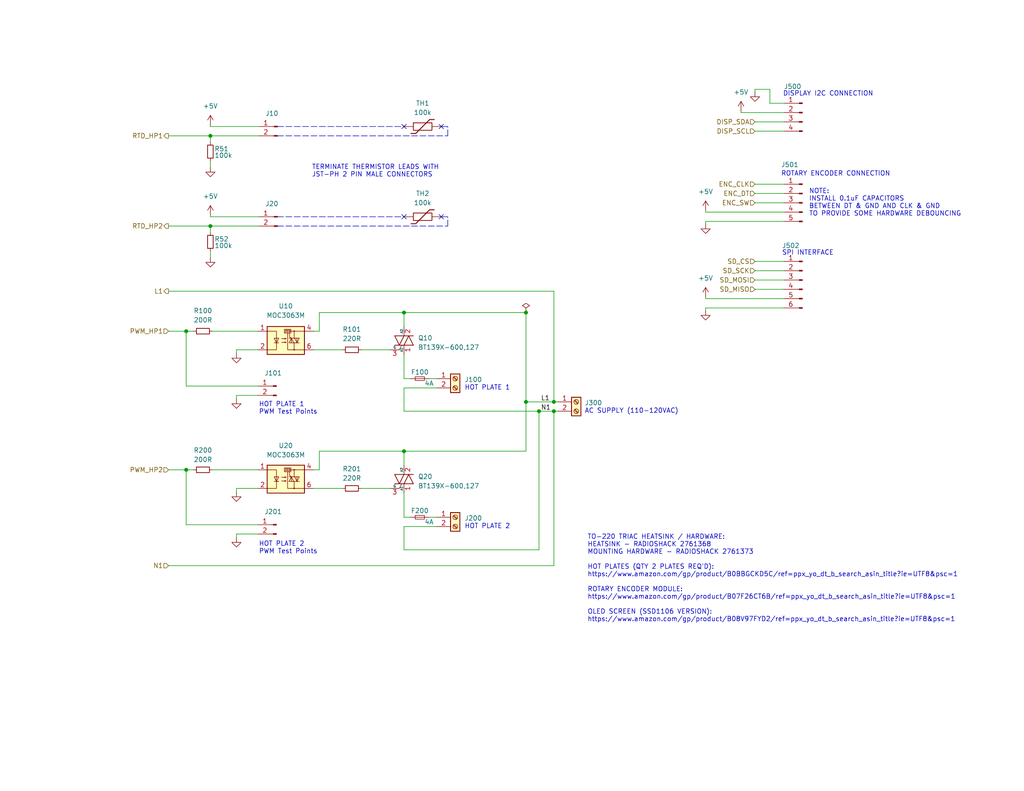
<source format=kicad_sch>
(kicad_sch (version 20211123) (generator eeschema)
  (paper "USLetter")
  (title_block (title "Hot Plate Circuits") (date "2023-03-17") (rev "1.1"))
  (lib_symbols
    (symbol "Connector:Conn_01x02_Male" (pin_names (offset 1.016) hide)
      (property "Reference" "J" (at 0 2.54 0))
      (property "Value" "Conn_01x02_Male" (at 0 -5.08 0))
      (symbol "Conn_01x02_Male_1_1"
        (polyline (pts (xy 1.27 -2.54) (xy 0.8636 -2.54)) (stroke (width 0.1524)))
        (polyline (pts (xy 1.27 0) (xy 0.8636 0)) (stroke (width 0.1524)))
        (rectangle (start 0.8636 -2.413) (end 0 -2.667) (stroke (width 0.1524)) (fill (type outline)))
        (rectangle (start 0.8636 0.127) (end 0 -0.127) (stroke (width 0.1524)) (fill (type outline)))
        (pin passive line (at 5.08 0 180) (length 3.81) (name "Pin_1") (number "1"))
        (pin passive line (at 5.08 -2.54 180) (length 3.81) (name "Pin_2") (number "2"))
      )
    )
    (symbol "Connector:Conn_01x04_Male" (pin_names (offset 1.016) hide)
      (property "Reference" "J" (at 0 5.08 0))
      (property "Value" "Conn_01x04_Male" (at 0 -7.62 0))
      (symbol "Conn_01x04_Male_1_1"
        (polyline (pts (xy 1.27 -5.08) (xy 0.8636 -5.08)) (stroke (width 0.1524)))
        (polyline (pts (xy 1.27 -2.54) (xy 0.8636 -2.54)) (stroke (width 0.1524)))
        (polyline (pts (xy 1.27 0) (xy 0.8636 0)) (stroke (width 0.1524)))
        (polyline (pts (xy 1.27 2.54) (xy 0.8636 2.54)) (stroke (width 0.1524)))
        (rectangle (start 0.8636 -4.953) (end 0 -5.207) (stroke (width 0.1524)) (fill (type outline)))
        (rectangle (start 0.8636 -2.413) (end 0 -2.667) (stroke (width 0.1524)) (fill (type outline)))
        (rectangle (start 0.8636 0.127) (end 0 -0.127) (stroke (width 0.1524)) (fill (type outline)))
        (rectangle (start 0.8636 2.667) (end 0 2.413) (stroke (width 0.1524)) (fill (type outline)))
        (pin passive line (at 5.08 2.54 180) (length 3.81) (name "Pin_1") (number "1"))
        (pin passive line (at 5.08 0 180) (length 3.81) (name "Pin_2") (number "2"))
        (pin passive line (at 5.08 -2.54 180) (length 3.81) (name "Pin_3") (number "3"))
        (pin passive line (at 5.08 -5.08 180) (length 3.81) (name "Pin_4") (number "4"))
      )
    )
    (symbol "Connector:Conn_01x05_Male" (pin_names (offset 1.016) hide)
      (property "Reference" "J" (at 0 7.62 0))
      (property "Value" "Conn_01x05_Male" (at 0 -7.62 0))
      (symbol "Conn_01x05_Male_1_1"
        (polyline (pts (xy 1.27 -5.08) (xy 0.8636 -5.08)) (stroke (width 0.1524)))
        (polyline (pts (xy 1.27 -2.54) (xy 0.8636 -2.54)) (stroke (width 0.1524)))
        (polyline (pts (xy 1.27 0) (xy 0.8636 0)) (stroke (width 0.1524)))
        (polyline (pts (xy 1.27 2.54) (xy 0.8636 2.54)) (stroke (width 0.1524)))
        (polyline (pts (xy 1.27 5.08) (xy 0.8636 5.08)) (stroke (width 0.1524)))
        (rectangle (start 0.8636 -4.953) (end 0 -5.207) (stroke (width 0.1524)) (fill (type outline)))
        (rectangle (start 0.8636 -2.413) (end 0 -2.667) (stroke (width 0.1524)) (fill (type outline)))
        (rectangle (start 0.8636 0.127) (end 0 -0.127) (stroke (width 0.1524)) (fill (type outline)))
        (rectangle (start 0.8636 2.667) (end 0 2.413) (stroke (width 0.1524)) (fill (type outline)))
        (rectangle (start 0.8636 5.207) (end 0 4.953) (stroke (width 0.1524)) (fill (type outline)))
        (pin passive line (at 5.08 5.08 180) (length 3.81) (name "Pin_1") (number "1"))
        (pin passive line (at 5.08 2.54 180) (length 3.81) (name "Pin_2") (number "2"))
        (pin passive line (at 5.08 0 180) (length 3.81) (name "Pin_3") (number "3"))
        (pin passive line (at 5.08 -2.54 180) (length 3.81) (name "Pin_4") (number "4"))
        (pin passive line (at 5.08 -5.08 180) (length 3.81) (name "Pin_5") (number "5"))
      )
    )
    (symbol "Connector:Conn_01x06_Male" (pin_names (offset 1.016) hide)
      (property "Reference" "J" (at 0 7.62 0))
      (property "Value" "Conn_01x06_Male" (at 0 -10.16 0))
      (symbol "Conn_01x06_Male_1_1"
        (polyline (pts (xy 1.27 -7.62) (xy 0.8636 -7.62)) (stroke (width 0.1524)))
        (polyline (pts (xy 1.27 -5.08) (xy 0.8636 -5.08)) (stroke (width 0.1524)))
        (polyline (pts (xy 1.27 -2.54) (xy 0.8636 -2.54)) (stroke (width 0.1524)))
        (polyline (pts (xy 1.27 0) (xy 0.8636 0)) (stroke (width 0.1524)))
        (polyline (pts (xy 1.27 2.54) (xy 0.8636 2.54)) (stroke (width 0.1524)))
        (polyline (pts (xy 1.27 5.08) (xy 0.8636 5.08)) (stroke (width 0.1524)))
        (rectangle (start 0.8636 -7.493) (end 0 -7.747) (stroke (width 0.1524)) (fill (type outline)))
        (rectangle (start 0.8636 -4.953) (end 0 -5.207) (stroke (width 0.1524)) (fill (type outline)))
        (rectangle (start 0.8636 -2.413) (end 0 -2.667) (stroke (width 0.1524)) (fill (type outline)))
        (rectangle (start 0.8636 0.127) (end 0 -0.127) (stroke (width 0.1524)) (fill (type outline)))
        (rectangle (start 0.8636 2.667) (end 0 2.413) (stroke (width 0.1524)) (fill (type outline)))
        (rectangle (start 0.8636 5.207) (end 0 4.953) (stroke (width 0.1524)) (fill (type outline)))
        (pin passive line (at 5.08 5.08 180) (length 3.81) (name "Pin_1") (number "1"))
        (pin passive line (at 5.08 2.54 180) (length 3.81) (name "Pin_2") (number "2"))
        (pin passive line (at 5.08 0 180) (length 3.81) (name "Pin_3") (number "3"))
        (pin passive line (at 5.08 -2.54 180) (length 3.81) (name "Pin_4") (number "4"))
        (pin passive line (at 5.08 -5.08 180) (length 3.81) (name "Pin_5") (number "5"))
        (pin passive line (at 5.08 -7.62 180) (length 3.81) (name "Pin_6") (number "6"))
      )
    )
    (symbol "Connector:Screw_Terminal_01x02" (pin_names (offset 1.016) hide)
      (property "Reference" "J" (at 0 2.54 0))
      (property "Value" "Screw_Terminal_01x02" (at 0 -5.08 0))
      (symbol "Screw_Terminal_01x02_1_1"
        (rectangle (start -1.27 1.27) (end 1.27 -3.81) (stroke (width 0.254)) (fill (type background)))
        (circle (center 0 -2.54) (radius 0.635) (stroke (width 0.1524)))
        (polyline (pts (xy -0.5334 -2.2098) (xy 0.3302 -3.048)) (stroke (width 0.1524)))
        (polyline (pts (xy -0.5334 0.3302) (xy 0.3302 -0.508)) (stroke (width 0.1524)))
        (polyline (pts (xy -0.3556 -2.032) (xy 0.508 -2.8702)) (stroke (width 0.1524)))
        (polyline (pts (xy -0.3556 0.508) (xy 0.508 -0.3302)) (stroke (width 0.1524)))
        (circle (center 0 0) (radius 0.635) (stroke (width 0.1524)))
        (pin passive line (at -5.08 0 0) (length 3.81) (name "Pin_1") (number "1"))
        (pin passive line (at -5.08 -2.54 0) (length 3.81) (name "Pin_2") (number "2"))
      )
    )
    (symbol "Device:Fuse_Small" (pin_numbers hide) (pin_names (offset 0.254) hide)
      (property "Reference" "F" (at 0 -1.524 0))
      (property "Value" "Fuse_Small" (at 0 1.524 0))
      (symbol "Fuse_Small_0_1"
        (rectangle (start -1.27 0.508) (end 1.27 -0.508))
        (polyline (pts (xy -1.27 0) (xy 1.27 0)))
      )
      (symbol "Fuse_Small_1_1"
        (pin passive line (at -2.54 0 0) (length 1.27) (name "~") (number "1"))
        (pin passive line (at 2.54 0 180) (length 1.27) (name "~") (number "2"))
      )
    )
    (symbol "Device:R_Small" (pin_numbers hide) (pin_names (offset 0.254) hide)
      (property "Reference" "R" (at 0.762 0.508 0))
      (property "Value" "R_Small" (at 0.762 -1.016 0))
      (symbol "R_Small_0_1"
        (rectangle (start -0.762 1.778) (end 0.762 -1.778) (stroke (width 0.2032)))
      )
      (symbol "R_Small_1_1"
        (pin passive line (at 0 2.54 270) (length 0.762) (name "~") (number "1"))
        (pin passive line (at 0 -2.54 90) (length 0.762) (name "~") (number "2"))
      )
    )
    (symbol "Device:Thermistor" (pin_numbers hide) (pin_names (offset 0))
      (property "Reference" "TH" (at 2.54 1.27 90))
      (property "Value" "Thermistor" (at -2.54 0 90))
      (symbol "Thermistor_0_1"
        (rectangle (start -1.016 2.54) (end 1.016 -2.54) (stroke (width 0.2032)))
        (polyline (pts (xy -1.905 3.175) (xy -1.905 1.905) (xy 1.905 -1.905) (xy 1.905 -3.175) (xy 1.905 -3.175)) (stroke (width 0.254)))
      )
      (symbol "Thermistor_1_1"
        (pin passive line (at 0 5.08 270) (length 2.54) (name "~") (number "1"))
        (pin passive line (at 0 -5.08 90) (length 2.54) (name "~") (number "2"))
      )
    )
    (symbol "Relay_SolidState:MOC3063M"
      (property "Reference" "U?" (at 0 8.89 0))
      (property "Value" "MOC3063M" (at 0 6.35 0))
      (symbol "MOC3063M_0_0"
        (polyline (pts (xy 2.286 2.54) (xy 1.397 2.54)))
        (polyline (pts (xy 1.524 0.635) (xy 1.016 1.016) (xy 1.016 2.032)))
        (rectangle (start 1.397 3.048) (end -0.381 2.032))
        (text "ZCD" (at 0.508 2.54 0) (effects (font (size 0.508 0.508))))
      )
      (symbol "MOC3063M_0_1"
        (rectangle (start -5.08 3.81) (end 5.08 -3.81) (stroke (width 0.254)) (fill (type background)))
        (polyline (pts (xy -3.175 -0.635) (xy -1.905 -0.635)))
        (polyline (pts (xy 1.524 0.635) (xy 1.524 -0.635)))
        (polyline (pts (xy 3.048 -0.635) (xy 3.048 0.635)))
        (polyline (pts (xy 2.286 -2.54) (xy 0.508 -2.54) (xy 0.508 2.032)))
        (polyline (pts (xy 2.286 -0.635) (xy 2.286 -2.54) (xy 5.08 -2.54)))
        (polyline (pts (xy 2.286 0.635) (xy 2.286 2.54) (xy 5.08 2.54)))
        (polyline (pts (xy -5.08 2.54) (xy -2.54 2.54) (xy -2.54 -2.54) (xy -5.08 -2.54)))
        (polyline (pts (xy -2.54 -0.635) (xy -3.175 0.635) (xy -1.905 0.635) (xy -2.54 -0.635)))
        (polyline (pts (xy 0.889 0.635) (xy 3.683 0.635) (xy 3.048 -0.635) (xy 2.413 0.635)))
        (polyline (pts (xy 3.683 -0.635) (xy 0.889 -0.635) (xy 1.524 0.635) (xy 2.159 -0.635)))
        (polyline (pts (xy -1.143 -0.508) (xy 0.127 -0.508) (xy -0.254 -0.635) (xy -0.254 -0.381) (xy 0.127 -0.508)))
        (polyline (pts (xy -1.143 0.508) (xy 0.127 0.508) (xy -0.254 0.381) (xy -0.254 0.635) (xy 0.127 0.508)))
        (circle (center 2.286 -2.54) (radius 0.127))
        (circle (center 2.286 2.54) (radius 0.127))
      )
      (symbol "MOC3063M_1_1"
        (pin passive line (at -7.62 2.54 0) (length 2.54) (name "~") (number "1"))
        (pin passive line (at -7.62 -2.54 0) (length 2.54) (name "~") (number "2"))
        (pin no_connect line (at -5.08 0 0) (length 2.54) hide (name "NC") (number "3"))
        (pin passive line (at 7.62 2.54 180) (length 2.54) (name "~") (number "4"))
        (pin no_connect line (at 5.08 0 180) (length 2.54) hide (name "NC") (number "5"))
        (pin passive line (at 7.62 -2.54 180) (length 2.54) (name "~") (number "6"))
      )
    )
    (symbol "Triac_Thyristor:BT139-600" (pin_names (offset 0))
      (property "Reference" "Q" (at 5.08 1.905 0))
      (property "Value" "BT139-600" (at 5.08 0 0))
      (symbol "BT139-600_0_1"
        (polyline (pts (xy -2.54 -1.27) (xy 2.54 -1.27)) (stroke (width 0.2032)))
        (polyline (pts (xy -2.54 1.27) (xy 2.54 1.27)) (stroke (width 0.2032)))
        (polyline (pts (xy -1.27 -2.54) (xy -0.635 -1.27)))
        (polyline (pts (xy -2.54 1.27) (xy -1.27 -1.27) (xy 0 1.27)) (stroke (width 0.2032)))
        (polyline (pts (xy 0 -1.27) (xy 1.27 1.27) (xy 2.54 -1.27)) (stroke (width 0.2032)))
      )
      (symbol "BT139-600_1_1"
        (pin passive line (at 0 -3.81 90) (length 2.54) (name "A1") (number "1"))
        (pin passive line (at 0 3.81 270) (length 2.54) (name "A2") (number "2"))
        (pin input line (at -3.81 -2.54 0) (length 2.54) (name "G") (number "3"))
      )
    )
    (symbol "power:+5V" (power) (pin_names (offset 0))
      (property "Value" "+5V" (at 0 3.556 0))
      (symbol "+5V_0_1"
        (polyline (pts (xy -0.762 1.27) (xy 0 2.54)))
        (polyline (pts (xy 0 0) (xy 0 2.54)))
        (polyline (pts (xy 0 2.54) (xy 0.762 1.27)))
      )
      (symbol "+5V_1_1"
        (pin power_in line (at 0 0 90) (length 0) hide (name "+5V") (number "1"))
      )
    )
    (symbol "power:GND" (power) (pin_names (offset 0))
      (property "Value" "GND" (at 0 -3.81 0))
      (symbol "GND_0_1"
        (polyline (pts (xy 0 0) (xy 0 -1.27) (xy 1.27 -1.27) (xy 0 -2.54) (xy -1.27 -1.27) (xy 0 -1.27)))
      )
      (symbol "GND_1_1"
        (pin power_in line (at 0 0 270) (length 0) hide (name "GND") (number "1"))
      )
    )
    (symbol "power:PWR_FLAG" (power) (pin_numbers hide) (pin_names (offset 0) hide)
      (property "Value" "PWR_FLAG" (at 0 3.81 0))
      (symbol "PWR_FLAG_0_0"
        (pin power_out line (at 0 0 90) (length 0) (name "pwr") (number "1"))
      )
      (symbol "PWR_FLAG_0_1"
        (polyline (pts (xy 0 0) (xy 0 1.27) (xy -1.016 1.905) (xy 0 2.54) (xy 1.016 1.905) (xy 0 1.27)))
      )
    )
  )
  (junction (at 50.8 128.27))
  (junction (at 57.404 61.722))
  (junction (at 151.13 109.728))
  (junction (at 50.8 90.424))
  (junction (at 110.236 123.19))
  (junction (at 147.066 112.268))
  (junction (at 143.51 85.344))
  (junction (at 110.236 85.344))
  (junction (at 57.404 37.084))
  (junction (at 151.13 112.268))
  (junction (at 143.51 109.728))
  (no_connect (at 110.236 59.182))
  (no_connect (at 120.396 34.544))
  (no_connect (at 120.396 59.182))
  (no_connect (at 110.236 34.544))
  (wire (pts (xy 151.13 112.268) (xy 151.13 154.432)))
  (wire (pts (xy 50.8 143.256) (xy 70.358 143.256)))
  (wire (pts (xy 64.516 95.504) (xy 64.516 96.52)))
  (wire (pts (xy 70.358 133.35) (xy 64.516 133.35)))
  (wire (pts (xy 205.994 55.372) (xy 213.868 55.372)))
  (wire (pts (xy 87.122 128.27) (xy 87.122 123.19)))
  (wire (pts (xy 210.058 28.194) (xy 213.868 28.194)))
  (wire (pts (xy 210.058 28.194) (xy 210.058 24.384)))
  (polyline (pts (xy 120.396 34.544) (xy 122.174 34.544)))
  (wire (pts (xy 57.404 61.722) (xy 57.404 63.5)))
  (wire (pts (xy 98.552 133.35) (xy 106.426 133.35)))
  (wire (pts (xy 57.404 34.544) (xy 70.612 34.544)))
  (wire (pts (xy 205.994 73.914) (xy 213.868 73.914)))
  (wire (pts (xy 117.094 103.378) (xy 119.126 103.378)))
  (wire (pts (xy 57.404 58.674) (xy 57.404 59.182)))
  (wire (pts (xy 85.598 128.27) (xy 87.122 128.27)))
  (wire (pts (xy 45.974 128.27) (xy 50.8 128.27)))
  (wire (pts (xy 119.126 105.918) (xy 110.236 105.918)))
  (wire (pts (xy 50.8 128.27) (xy 52.832 128.27)))
  (wire (pts (xy 143.51 123.19) (xy 143.51 109.728)))
  (wire (pts (xy 70.358 95.504) (xy 64.516 95.504)))
  (wire (pts (xy 205.994 24.384) (xy 210.058 24.384)))
  (wire (pts (xy 45.974 61.722) (xy 57.404 61.722)))
  (polyline (pts (xy 122.174 61.722) (xy 122.174 59.182)))
  (wire (pts (xy 205.994 52.832) (xy 213.868 52.832)))
  (wire (pts (xy 50.8 105.41) (xy 70.358 105.41)))
  (wire (pts (xy 57.404 34.036) (xy 57.404 34.544)))
  (wire (pts (xy 151.13 109.728) (xy 152.146 109.728)))
  (polyline (pts (xy 75.692 34.544) (xy 110.236 34.544)))
  (wire (pts (xy 143.51 109.728) (xy 151.13 109.728)))
  (wire (pts (xy 57.404 37.084) (xy 70.612 37.084)))
  (wire (pts (xy 87.122 85.344) (xy 110.236 85.344)))
  (wire (pts (xy 45.974 154.432) (xy 151.13 154.432)))
  (wire (pts (xy 110.236 103.378) (xy 112.014 103.378)))
  (wire (pts (xy 117.094 141.224) (xy 119.126 141.224)))
  (wire (pts (xy 85.598 95.504) (xy 93.472 95.504)))
  (wire (pts (xy 192.532 60.452) (xy 213.868 60.452)))
  (wire (pts (xy 205.994 33.274) (xy 213.868 33.274)))
  (wire (pts (xy 110.236 123.19) (xy 143.51 123.19)))
  (wire (pts (xy 202.184 30.734) (xy 202.184 30.226)))
  (wire (pts (xy 85.598 133.35) (xy 93.472 133.35)))
  (wire (pts (xy 87.122 123.19) (xy 110.236 123.19)))
  (wire (pts (xy 192.532 81.026) (xy 192.532 81.534)))
  (wire (pts (xy 64.516 145.796) (xy 64.516 146.812)))
  (wire (pts (xy 110.236 141.224) (xy 112.014 141.224)))
  (wire (pts (xy 64.516 107.95) (xy 64.516 108.966)))
  (wire (pts (xy 110.236 96.774) (xy 110.236 103.378)))
  (wire (pts (xy 50.8 90.424) (xy 52.832 90.424)))
  (wire (pts (xy 192.532 81.534) (xy 213.868 81.534)))
  (wire (pts (xy 110.236 127) (xy 110.236 123.19)))
  (wire (pts (xy 50.8 105.41) (xy 50.8 90.424)))
  (wire (pts (xy 192.532 60.452) (xy 192.532 61.214)))
  (wire (pts (xy 45.974 90.424) (xy 50.8 90.424)))
  (wire (pts (xy 57.912 90.424) (xy 70.358 90.424)))
  (polyline (pts (xy 120.396 59.182) (xy 122.174 59.182)))
  (wire (pts (xy 110.236 150.114) (xy 147.066 150.114)))
  (wire (pts (xy 45.974 37.084) (xy 57.404 37.084)))
  (wire (pts (xy 202.184 30.734) (xy 213.868 30.734)))
  (wire (pts (xy 205.994 78.994) (xy 213.868 78.994)))
  (wire (pts (xy 85.598 90.424) (xy 87.122 90.424)))
  (wire (pts (xy 192.532 57.912) (xy 213.868 57.912)))
  (wire (pts (xy 147.066 112.268) (xy 151.13 112.268)))
  (polyline (pts (xy 75.692 37.084) (xy 122.174 37.084)))
  (wire (pts (xy 192.532 84.074) (xy 192.532 84.836)))
  (wire (pts (xy 192.532 84.074) (xy 213.868 84.074)))
  (wire (pts (xy 57.404 43.942) (xy 57.404 45.72)))
  (wire (pts (xy 98.552 95.504) (xy 106.426 95.504)))
  (wire (pts (xy 70.358 145.796) (xy 64.516 145.796)))
  (wire (pts (xy 151.13 109.728) (xy 151.13 79.502)))
  (wire (pts (xy 110.236 85.344) (xy 143.51 85.344)))
  (wire (pts (xy 87.122 90.424) (xy 87.122 85.344)))
  (wire (pts (xy 192.532 57.404) (xy 192.532 57.912)))
  (wire (pts (xy 57.404 68.58) (xy 57.404 70.358)))
  (wire (pts (xy 143.51 85.344) (xy 143.51 109.728)))
  (wire (pts (xy 57.912 128.27) (xy 70.358 128.27)))
  (wire (pts (xy 110.236 105.918) (xy 110.236 112.268)))
  (wire (pts (xy 70.358 107.95) (xy 64.516 107.95)))
  (wire (pts (xy 57.404 37.084) (xy 57.404 38.862)))
  (polyline (pts (xy 75.692 59.182) (xy 110.236 59.182)))
  (wire (pts (xy 45.974 79.502) (xy 151.13 79.502)))
  (wire (pts (xy 205.994 71.374) (xy 213.868 71.374)))
  (wire (pts (xy 110.236 134.62) (xy 110.236 141.224)))
  (polyline (pts (xy 75.692 61.722) (xy 122.174 61.722)))
  (wire (pts (xy 205.994 50.292) (xy 213.868 50.292)))
  (polyline (pts (xy 122.174 37.084) (xy 122.174 34.544)))
  (wire (pts (xy 147.066 150.114) (xy 147.066 112.268)))
  (wire (pts (xy 50.8 143.256) (xy 50.8 128.27)))
  (wire (pts (xy 205.994 24.384) (xy 205.994 25.146)))
  (wire (pts (xy 151.13 112.268) (xy 152.146 112.268)))
  (wire (pts (xy 110.236 143.764) (xy 110.236 150.114)))
  (wire (pts (xy 205.994 76.454) (xy 213.868 76.454)))
  (wire (pts (xy 64.516 133.35) (xy 64.516 134.366)))
  (wire (pts (xy 57.404 59.182) (xy 70.612 59.182)))
  (wire (pts (xy 205.994 35.814) (xy 213.868 35.814)))
  (wire (pts (xy 119.126 143.764) (xy 110.236 143.764)))
  (wire (pts (xy 57.404 61.722) (xy 70.612 61.722)))
  (wire (pts (xy 110.236 89.154) (xy 110.236 85.344)))
  (wire (pts (xy 110.236 112.268) (xy 147.066 112.268)))
  (text "DISPLAY I2C CONNECTION" (at 213.614 26.416 0) (effects (font (size 1.27 1.27)) (justify left bottom)))
  (text "TERMINATE THERMISTOR LEADS WITH\nJST-PH 2 PIN MALE CONNECTORS\n" (at 85.09 48.514 0) (effects (font (size 1.27 1.27)) (justify left bottom)))
  (text "TO-220 TRIAC HEATSINK / HARDWARE:\nHEATSINK - RADIOSHACK 2761368\nMOUNTING HARDWARE - RADIOSHACK 2761373\n\nHOT PLATES (QTY 2 PLATES REQ'D):\nhttps://www.amazon.com/gp/product/B0BBGCKD5C/ref=ppx_yo_dt_b_search_asin_title?ie=UTF8&psc=1\n\nROTARY ENCODER MODULE:\nhttps://www.amazon.com/gp/product/B07F26CT6B/ref=ppx_yo_dt_b_search_asin_title?ie=UTF8&psc=1\n\nOLED SCREEN (SSD1106 VERSION):\nhttps://www.amazon.com/gp/product/B08V97FYD2/ref=ppx_yo_dt_b_search_asin_title?ie=UTF8&psc=1" (at 160.274 169.926 0) (effects (font (size 1.27 1.27)) (justify left bottom)))
  (text "HOT PLATE 1" (at 126.746 106.6801 0) (effects (font (size 1.27 1.27)) (justify left bottom)))
  (text "ROTARY ENCODER CONNECTION" (at 213.106 48.26 0) (effects (font (size 1.27 1.27)) (justify left bottom)))
  (text "AC SUPPLY (110-120VAC)" (at 159.512 113.0301 0) (effects (font (size 1.27 1.27)) (justify left bottom)))
  (text "HOT PLATE 2\nPWM Test Points" (at 70.612 151.384 0) (effects (font (size 1.27 1.27)) (justify left bottom)))
  (text "NOTE: \nINSTALL 0.1uF CAPACITORS\nBETWEEN DT & GND AND CLK & GND\nTO PROVIDE SOME HARDWARE DEBOUNCING" (at 220.726 59.182 0) (effects (font (size 1.27 1.27)) (justify left bottom)))
  (text "HOT PLATE 1\nPWM Test Points" (at 70.612 113.284 0) (effects (font (size 1.27 1.27)) (justify left bottom)))
  (text "SPI INTERFACE" (at 213.36 69.85 0) (effects (font (size 1.27 1.27)) (justify left bottom)))
  (text "HOT PLATE 2" (at 126.746 144.5261 0) (effects (font (size 1.27 1.27)) (justify left bottom)))
  (label "N1" (at 147.574 112.268 0))
  (label "L1" (at 147.574 109.728 0))
  (hierarchical_label "PWM_HP2" (shape input) (at 45.974 128.27 180))
  (hierarchical_label "ENC_SW" (shape input) (at 205.994 55.372 180))
  (hierarchical_label "SD_MOSI" (shape input) (at 205.994 76.454 180))
  (hierarchical_label "L1" (shape output) (at 45.974 79.502 180))
  (hierarchical_label "RTD_HP1" (shape output) (at 45.974 37.084 180))
  (hierarchical_label "PWM_HP1" (shape input) (at 45.974 90.424 180))
  (hierarchical_label "SD_CS" (shape input) (at 205.994 71.374 180))
  (hierarchical_label "RTD_HP2" (shape output) (at 45.974 61.722 180))
  (hierarchical_label "DISP_SDA" (shape input) (at 205.994 33.274 180))
  (hierarchical_label "ENC_CLK" (shape input) (at 205.994 50.292 180))
  (hierarchical_label "SD_SCK" (shape input) (at 205.994 73.914 180))
  (hierarchical_label "SD_MISO" (shape input) (at 205.994 78.994 180))
  (hierarchical_label "N1" (shape input) (at 45.974 154.432 180))
  (hierarchical_label "DISP_SCL" (shape input) (at 205.994 35.814 180))
  (hierarchical_label "ENC_DT" (shape input) (at 205.994 52.832 180))
  (symbol (lib_id "Connector:Screw_Terminal_01x02") (at 124.206 141.224 0) (unit 1)
    (property "Reference" "J200" (at 126.746 141.478 0) (effects (justify left)))
    (property "Value" "1935776" (effects hide))
    (property "Footprint" "TerminalBlock_Phoenix:TerminalBlock_Phoenix_MKDS-1,5-2_1x02_P5.00mm_Horizontal" (effects hide))
    (property "MFG" "Phoenix Contact" (effects hide))
    (property "P/N" "1935776" (effects hide))
  )
  (symbol (lib_id "Device:R_Small") (at 55.372 128.27 90) (unit 1)
    (property "Reference" "R200" (at 55.372 122.936 90))
    (property "Value" "200R" (at 55.372 125.476 90))
    (property "Footprint" "Resistor_SMD:R_0805_2012Metric" (effects hide))
    (property "MFG" "Stackpole Electronics" (effects hide))
    (property "P/N" "RNCP0805FTD200R" (effects hide))
  )
  (symbol (lib_id "Relay_SolidState:MOC3063M") (at 77.978 130.81 0) (unit 1)
    (property "Reference" "U20" (at 77.978 121.666 0))
    (property "Value" "MOC3063M" (at 77.978 124.206 0))
    (property "Footprint" "Package_DIP:DIP-6_W7.62mm" (effects hide))
    (property "Datasheet" "https://optoelectronics.liteon.com/upload/download/DS70-2001-026/MOC306X%20series%20201606.pdf" (effects hide))
    (property "MFG" "LiteOn" (effects hide))
    (property "P/N" "MOC3063M" (effects hide))
  )
  (symbol (lib_id "power:+5V") (at 57.404 34.036 0) (unit 1)
    (property "Reference" "#PWR0113" (effects hide))
    (property "Value" "+5V" (at 57.404 28.956 0))
  )
  (symbol (lib_id "Connector:Conn_01x06_Male") (at 218.948 76.454 0) (mirror y) (unit 1)
    (property "Reference" "J502" (at 213.36 67.056 0) (effects (justify right)))
    (property "Value" "Conn_01x06_Male" (effects hide))
    (property "Footprint" "Connector_JST:JST_PH_B6B-PH-K_1x06_P2.00mm_Vertical" (effects hide))
    (property "MFG" "JST" (effects hide))
    (property "P/N" "JST_PH_B6B-PH-K" (effects hide))
  )
  (symbol (lib_id "power:+5V") (at 202.184 30.226 0) (unit 1)
    (property "Reference" "#PWR0109" (effects hide))
    (property "Value" "+5V" (at 202.184 25.146 0))
  )
  (symbol (lib_id "Device:Thermistor") (at 115.316 34.544 90) (unit 1) (in_bom no) (on_board no)
    (property "Reference" "TH1" (at 115.316 28.194 90))
    (property "Value" "100k" (at 115.316 30.734 90))
    (property "MFG" "Generic" (effects hide))
    (property "P/N" "100k NTC Thermistor" (effects hide))
  )
  (symbol (lib_id "Connector:Conn_01x02_Male") (at 75.438 105.41 0) (mirror y) (unit 1)
    (property "Reference" "J101" (at 72.136 101.854 0) (effects (justify right)))
    (property "Value" "Conn_01x02_Male" (effects hide))
    (property "Footprint" "Connector_PinHeader_2.54mm:PinHeader_1x02_P2.54mm_Vertical" (effects hide))
    (property "MFG" "Generic" (effects hide))
    (property "P/N" "N/A" (effects hide))
  )
  (symbol (lib_id "power:GND") (at 57.404 70.358 0) (unit 1)
    (property "Reference" "#PWR0115" (effects hide))
    (property "Value" "GND" (effects hide))
  )
  (symbol (lib_id "power:GND") (at 64.516 134.366 0) (unit 1)
    (property "Reference" "#PWR0111" (effects hide))
    (property "Value" "GND" (effects hide))
  )
  (symbol (lib_id "Device:R_Small") (at 96.012 95.504 90) (unit 1)
    (property "Reference" "R101" (at 96.012 89.916 90))
    (property "Value" "220R" (at 96.012 92.456 90))
    (property "Footprint" "Resistor_THT:R_Axial_DIN0309_L9.0mm_D3.2mm_P12.70mm_Horizontal" (effects hide))
    (property "MFG" "Stackpole Electronics" (effects hide))
    (property "P/N" "CF12JT220R" (effects hide))
  )
  (symbol (lib_id "power:+5V") (at 57.404 58.674 0) (unit 1)
    (property "Reference" "#PWR0114" (effects hide))
    (property "Value" "+5V" (at 57.404 53.594 0))
  )
  (symbol (lib_id "power:GND") (at 64.516 96.52 0) (unit 1)
    (property "Reference" "#PWR0112" (effects hide))
    (property "Value" "GND" (effects hide))
  )
  (symbol (lib_id "Connector:Screw_Terminal_01x02") (at 157.226 109.728 0) (unit 1)
    (property "Reference" "J300" (at 159.512 109.982 0) (effects (justify left)))
    (property "Value" "1935776" (effects hide))
    (property "Footprint" "TerminalBlock_Phoenix:TerminalBlock_Phoenix_MKDS-1,5-2_1x02_P5.00mm_Horizontal" (effects hide))
    (property "MFG" "Phoenix Contact" (effects hide))
    (property "P/N" "1935776" (effects hide))
  )
  (symbol (lib_id "Device:R_Small") (at 55.372 90.424 90) (unit 1)
    (property "Reference" "R100" (at 55.372 84.836 90))
    (property "Value" "200R" (at 55.372 87.376 90))
    (property "Footprint" "Resistor_SMD:R_0805_2012Metric" (effects hide))
    (property "MFG" "Stackpole Electronics" (effects hide))
    (property "P/N" "RNCP0805FTD200R" (effects hide))
  )
  (symbol (lib_id "Device:Fuse_Small") (at 114.554 141.224 0) (unit 1)
    (property "Reference" "F200" (at 114.554 139.446 0))
    (property "Value" "4A" (at 117.094 142.494 0))
    (property "Footprint" "_USER_Fuse_Holders:WE 696106003002" (effects hide))
    (property "MFG" "Wurth Elektronik" (effects hide))
    (property "P/N" "696106003002" (effects hide))
  )
  (symbol (lib_id "Connector:Screw_Terminal_01x02") (at 124.206 103.378 0) (unit 1)
    (property "Reference" "J100" (at 126.746 103.632 0) (effects (justify left)))
    (property "Value" "1935776" (effects hide))
    (property "Footprint" "TerminalBlock_Phoenix:TerminalBlock_Phoenix_MKDS-1,5-2_1x02_P5.00mm_Horizontal" (effects hide))
    (property "MFG" "Phoenix Contact" (effects hide))
    (property "P/N" "1935776" (effects hide))
  )
  (symbol (lib_id "Connector:Conn_01x05_Male") (at 218.948 55.372 0) (mirror y) (unit 1)
    (property "Reference" "J501" (at 213.106 44.958 0) (effects (justify right)))
    (property "Value" "Conn_01x05_Male" (effects hide))
    (property "Footprint" "Connector_JST:JST_PH_B5B-PH-K_1x05_P2.00mm_Vertical" (effects hide))
    (property "MFG" "JST" (effects hide))
    (property "P/N" "JST_PH_B5B-PH-K" (effects hide))
  )
  (symbol (lib_id "power:+5V") (at 192.532 81.026 0) (unit 1)
    (property "Reference" "#PWR011" (effects hide))
    (property "Value" "+5V" (at 192.532 75.946 0))
  )
  (symbol (lib_id "Relay_SolidState:MOC3063M") (at 77.978 92.964 0) (unit 1)
    (property "Reference" "U10" (at 77.978 83.566 0))
    (property "Value" "MOC3063M" (at 77.978 86.106 0))
    (property "Footprint" "Package_DIP:DIP-6_W7.62mm" (effects hide))
    (property "Datasheet" "https://optoelectronics.liteon.com/upload/download/DS70-2001-026/MOC306X%20series%20201606.pdf" (effects hide))
    (property "MFG" "Liteon" (effects hide))
    (property "P/N" "MOC3063M" (effects hide))
  )
  (symbol (lib_id "power:GND") (at 57.404 45.72 0) (unit 1)
    (property "Reference" "#PWR0116" (effects hide))
    (property "Value" "GND" (effects hide))
  )
  (symbol (lib_id "power:+5V") (at 192.532 57.404 0) (unit 1)
    (property "Reference" "#PWR0101" (effects hide))
    (property "Value" "+5V" (at 192.532 52.324 0))
  )
  (symbol (lib_id "Device:Fuse_Small") (at 114.554 103.378 0) (unit 1)
    (property "Reference" "F100" (at 114.554 101.6 0))
    (property "Value" "4A" (at 117.094 104.648 0))
    (property "Footprint" "_USER_Fuse_Holders:WE 696106003002" (effects hide))
    (property "MFG" "Wurth Elektronik" (effects hide))
    (property "P/N" "696106003002" (effects hide))
  )
  (symbol (lib_id "Triac_Thyristor:BT139-600") (at 110.236 92.964 0) (unit 1)
    (property "Reference" "Q10" (at 114.046 92.2781 0) (effects (justify left)))
    (property "Value" "BT139X-600,127" (at 114.046 94.8181 0) (effects (justify left)))
    (property "Footprint" "Package_TO_SOT_THT:TO-220-3_Vertical" (effects hide))
    (property "Datasheet" "https://www.ween-semi.com/sites/default/files/2018-10/bt139x-600.pdf" (effects hide))
    (property "MFG" "WeEn Semiconductors" (effects hide))
    (property "P/N" "BT139X-600,127" (effects hide))
  )
  (symbol (lib_id "Connector:Conn_01x02_Male") (at 75.692 34.544 0) (mirror y) (unit 1)
    (property "Reference" "J10" (at 72.39 30.988 0) (effects (justify right)))
    (property "Value" "Conn_01x02_Male" (effects hide))
    (property "Footprint" "Connector_JST:JST_PH_B2B-PH-K_1x02_P2.00mm_Vertical" (effects hide))
    (property "MFG" "JST" (effects hide))
    (property "P/N" "JST_PH_B2B-PH-K" (effects hide))
  )
  (symbol (lib_id "power:GND") (at 192.532 84.836 0) (unit 1)
    (property "Reference" "#PWR012" (effects hide))
    (property "Value" "GND" (effects hide))
  )
  (symbol (lib_id "Device:R_Small") (at 57.404 41.402 180) (unit 1)
    (property "Reference" "R51" (at 60.452 40.64 0))
    (property "Value" "100k" (at 60.96 42.418 0))
    (property "Footprint" "Resistor_SMD:R_0805_2012Metric" (effects hide))
    (property "MFG" "YAGEO" (effects hide))
    (property "P/N" "AC0805FR-07100KL " (effects hide))
  )
  (symbol (lib_id "Connector:Conn_01x02_Male") (at 75.692 59.182 0) (mirror y) (unit 1)
    (property "Reference" "J20" (at 72.39 55.626 0) (effects (justify right)))
    (property "Value" "Conn_01x02_Male" (effects hide))
    (property "Footprint" "Connector_JST:JST_PH_B2B-PH-K_1x02_P2.00mm_Vertical" (effects hide))
    (property "MFG" "JST" (effects hide))
    (property "P/N" "JST_PH_B2B-PH-K" (effects hide))
  )
  (symbol (lib_id "power:GND") (at 205.994 25.146 0) (unit 1)
    (property "Reference" "#PWR0105" (effects hide))
    (property "Value" "GND" (effects hide))
  )
  (symbol (lib_id "Triac_Thyristor:BT139-600") (at 110.236 130.81 0) (unit 1)
    (property "Reference" "Q20" (at 114.046 130.1241 0) (effects (justify left)))
    (property "Value" "BT139X-600,127" (at 114.046 132.6641 0) (effects (justify left)))
    (property "Footprint" "Package_TO_SOT_THT:TO-220-3_Vertical" (effects hide))
    (property "Datasheet" "https://www.ween-semi.com/sites/default/files/2018-10/bt139x-600.pdf" (effects hide))
    (property "MFG" "WeEn Semiconductors" (effects hide))
    (property "P/N" "BT139X-600,127" (effects hide))
  )
  (symbol (lib_id "power:GND") (at 64.516 108.966 0) (unit 1)
    (property "Reference" "#PWR0103" (effects hide))
    (property "Value" "GND" (effects hide))
  )
  (symbol (lib_id "power:PWR_FLAG") (at 143.51 85.344 0) (unit 1)
    (property "Reference" "#FLG0103" (effects hide))
    (property "Value" "PWR_FLAG" (effects hide))
  )
  (symbol (lib_id "power:GND") (at 192.532 61.214 0) (unit 1)
    (property "Reference" "#PWR0102" (effects hide))
    (property "Value" "GND" (effects hide))
  )
  (symbol (lib_id "Device:R_Small") (at 96.012 133.35 90) (unit 1)
    (property "Reference" "R201" (at 96.012 128.016 90))
    (property "Value" "220R" (at 96.012 130.556 90))
    (property "Footprint" "Resistor_THT:R_Axial_DIN0309_L9.0mm_D3.2mm_P12.70mm_Horizontal" (effects hide))
    (property "MFG" "Stackpole Electronics" (effects hide))
    (property "P/N" "CF12JT220R" (effects hide))
  )
  (symbol (lib_id "Device:R_Small") (at 57.404 66.04 180) (unit 1)
    (property "Reference" "R52" (at 60.452 65.278 0))
    (property "Value" "100k" (at 60.96 67.056 0))
    (property "Footprint" "Resistor_SMD:R_0805_2012Metric" (effects hide))
    (property "MFG" "YAGEO" (effects hide))
    (property "P/N" "AC0805FR-07100KL " (effects hide))
  )
  (symbol (lib_id "Connector:Conn_01x02_Male") (at 75.438 143.256 0) (mirror y) (unit 1)
    (property "Reference" "J201" (at 72.136 139.7 0) (effects (justify right)))
    (property "Value" "Conn_01x02_Male" (effects hide))
    (property "Footprint" "Connector_PinHeader_2.54mm:PinHeader_1x02_P2.54mm_Vertical" (effects hide))
    (property "MFG" "Generic" (effects hide))
    (property "P/N" "N/A" (effects hide))
  )
  (symbol (lib_id "Device:Thermistor") (at 115.316 59.182 90) (unit 1) (in_bom no) (on_board no)
    (property "Reference" "TH2" (at 115.316 52.832 90))
    (property "Value" "100k" (at 115.316 55.372 90))
    (property "MFG" "Generic" (effects hide))
    (property "P/N" "100k NTC Thermistor" (effects hide))
  )
  (symbol (lib_id "Connector:Conn_01x04_Male") (at 218.948 30.734 0) (mirror y) (unit 1)
    (property "Reference" "J500" (at 213.868 23.622 0) (effects (justify right)))
    (property "Value" "Conn_01x04_Male" (effects hide))
    (property "Footprint" "Connector_JST:JST_PH_B4B-PH-K_1x04_P2.00mm_Vertical" (effects hide))
    (property "MFG" "JST" (effects hide))
    (property "P/N" "JST_PH_B4B-PH-K" (effects hide))
  )
  (symbol (lib_id "power:GND") (at 64.516 146.812 0) (unit 1)
    (property "Reference" "#PWR0104" (effects hide))
    (property "Value" "GND" (effects hide))
  )
)
</source>
